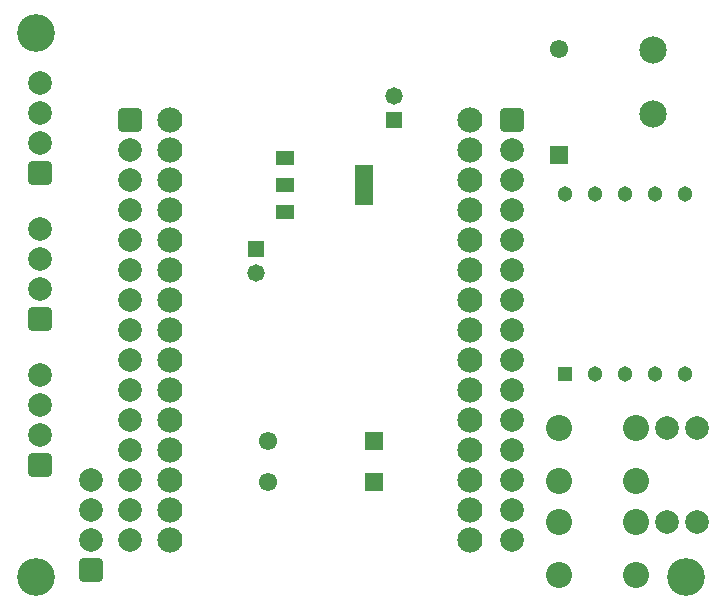
<source format=gbs>
G04*
G04 #@! TF.GenerationSoftware,Altium Limited,Altium Designer,22.5.1 (42)*
G04*
G04 Layer_Color=16711935*
%FSLAX24Y24*%
%MOIN*%
G70*
G04*
G04 #@! TF.SameCoordinates,CA2130CD-DD2B-4D4C-96E1-355C1CFE4D94*
G04*
G04*
G04 #@! TF.FilePolarity,Negative*
G04*
G01*
G75*
%ADD14C,0.0907*%
%ADD15C,0.0789*%
G04:AMPARAMS|DCode=16|XSize=78.9mil|YSize=78.9mil|CornerRadius=12.9mil|HoleSize=0mil|Usage=FLASHONLY|Rotation=90.000|XOffset=0mil|YOffset=0mil|HoleType=Round|Shape=RoundedRectangle|*
%AMROUNDEDRECTD16*
21,1,0.0789,0.0531,0,0,90.0*
21,1,0.0531,0.0789,0,0,90.0*
1,1,0.0257,0.0266,0.0266*
1,1,0.0257,0.0266,-0.0266*
1,1,0.0257,-0.0266,-0.0266*
1,1,0.0257,-0.0266,0.0266*
%
%ADD16ROUNDEDRECTD16*%
%ADD17C,0.1261*%
%ADD18C,0.0513*%
%ADD19R,0.0513X0.0513*%
%ADD20R,0.0611X0.0611*%
%ADD21C,0.0867*%
%ADD22C,0.0611*%
%ADD23R,0.0582X0.0582*%
%ADD24C,0.0582*%
%ADD25R,0.0611X0.0611*%
%ADD26C,0.0840*%
%ADD43R,0.0592X0.1360*%
%ADD44R,0.0592X0.0454*%
D14*
X21550Y18542D02*
D03*
Y16400D02*
D03*
D15*
X23000Y2800D02*
D03*
X22000D02*
D03*
X1100Y15450D02*
D03*
Y16450D02*
D03*
Y17450D02*
D03*
Y10575D02*
D03*
Y11575D02*
D03*
Y12575D02*
D03*
Y5700D02*
D03*
Y6700D02*
D03*
Y7700D02*
D03*
X2800Y2200D02*
D03*
Y3200D02*
D03*
Y4200D02*
D03*
X22000Y5950D02*
D03*
X23000D02*
D03*
X16850Y10200D02*
D03*
Y9200D02*
D03*
Y8200D02*
D03*
Y7200D02*
D03*
Y3200D02*
D03*
Y4200D02*
D03*
Y5200D02*
D03*
Y6200D02*
D03*
Y15200D02*
D03*
Y14200D02*
D03*
Y13200D02*
D03*
Y12200D02*
D03*
Y11200D02*
D03*
Y2216D02*
D03*
X4100Y10200D02*
D03*
Y9200D02*
D03*
Y8200D02*
D03*
Y7200D02*
D03*
Y3200D02*
D03*
Y4200D02*
D03*
Y5200D02*
D03*
Y6200D02*
D03*
Y15200D02*
D03*
Y14200D02*
D03*
Y13200D02*
D03*
Y12200D02*
D03*
Y11200D02*
D03*
Y2216D02*
D03*
D16*
X1100Y14450D02*
D03*
Y9575D02*
D03*
Y4700D02*
D03*
X2800Y1200D02*
D03*
X16850Y16200D02*
D03*
X4100D02*
D03*
D17*
X984Y19094D02*
D03*
X22638Y984D02*
D03*
X984D02*
D03*
D18*
X18600Y13750D02*
D03*
X19600D02*
D03*
X20600D02*
D03*
X21600D02*
D03*
X22600D02*
D03*
Y7750D02*
D03*
X21600D02*
D03*
X20600D02*
D03*
X19600D02*
D03*
D19*
X18600D02*
D03*
D20*
X12250Y5500D02*
D03*
Y4150D02*
D03*
D21*
X18420Y2816D02*
D03*
X20980D02*
D03*
Y5936D02*
D03*
X18420D02*
D03*
Y1044D02*
D03*
X20980D02*
D03*
X18420Y4164D02*
D03*
X20980D02*
D03*
D22*
X8707Y4150D02*
D03*
Y5500D02*
D03*
X18400Y18572D02*
D03*
D23*
X12900Y16200D02*
D03*
X8300Y11900D02*
D03*
D24*
X12900Y17000D02*
D03*
X8300Y11100D02*
D03*
D25*
X18400Y15028D02*
D03*
D26*
X5450Y16200D02*
D03*
Y15200D02*
D03*
Y14200D02*
D03*
Y13200D02*
D03*
Y12200D02*
D03*
Y11200D02*
D03*
Y10200D02*
D03*
Y9200D02*
D03*
Y8200D02*
D03*
Y7200D02*
D03*
Y6200D02*
D03*
Y5200D02*
D03*
Y4200D02*
D03*
Y3200D02*
D03*
Y2200D02*
D03*
X15450Y16200D02*
D03*
Y15200D02*
D03*
Y14200D02*
D03*
Y13200D02*
D03*
Y12200D02*
D03*
Y11200D02*
D03*
Y10200D02*
D03*
Y9200D02*
D03*
Y8200D02*
D03*
Y7200D02*
D03*
Y6200D02*
D03*
Y5200D02*
D03*
Y4200D02*
D03*
Y3200D02*
D03*
Y2200D02*
D03*
D43*
X11919Y14050D02*
D03*
D44*
X9281Y14952D02*
D03*
Y14050D02*
D03*
Y13148D02*
D03*
M02*

</source>
